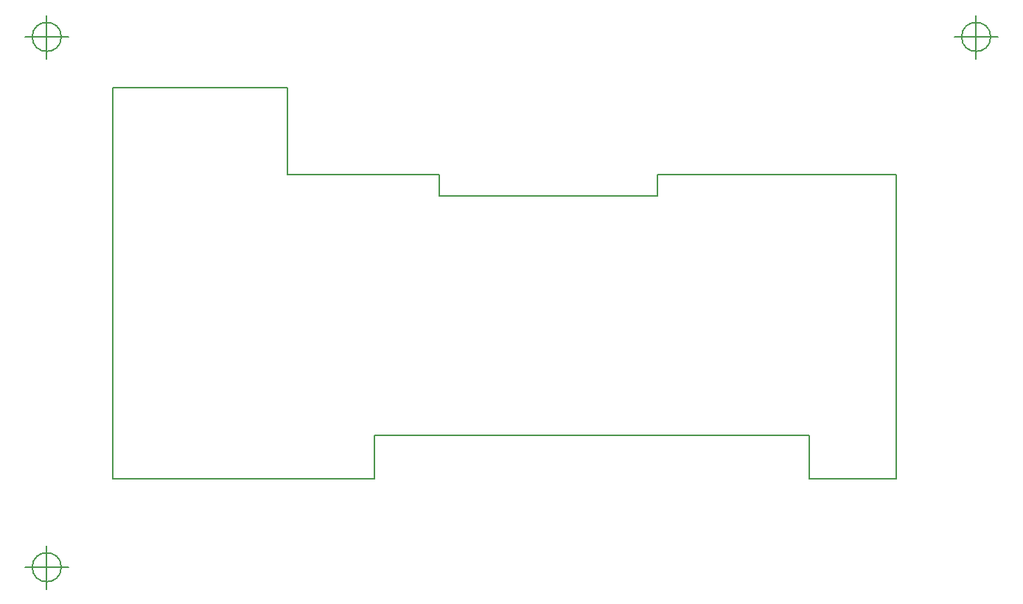
<source format=gbr>
G04 #@! TF.FileFunction,Paste,Top*
%FSLAX46Y46*%
G04 Gerber Fmt 4.6, Leading zero omitted, Abs format (unit mm)*
G04 Created by KiCad (PCBNEW 4.0.7) date 12/18/17 16:59:21*
%MOMM*%
%LPD*%
G01*
G04 APERTURE LIST*
%ADD10C,0.100000*%
%ADD11C,0.150000*%
G04 APERTURE END LIST*
D10*
D11*
X100000000Y-115000000D02*
X100000000Y-70000000D01*
X130000000Y-115000000D02*
X100000000Y-115000000D01*
X94046666Y-125160000D02*
G75*
G03X94046666Y-125160000I-1666666J0D01*
G01*
X89880000Y-125160000D02*
X94880000Y-125160000D01*
X92380000Y-122660000D02*
X92380000Y-127660000D01*
X200806666Y-64200000D02*
G75*
G03X200806666Y-64200000I-1666666J0D01*
G01*
X196640000Y-64200000D02*
X201640000Y-64200000D01*
X199140000Y-61700000D02*
X199140000Y-66700000D01*
X94046666Y-64200000D02*
G75*
G03X94046666Y-64200000I-1666666J0D01*
G01*
X89880000Y-64200000D02*
X94880000Y-64200000D01*
X92380000Y-61700000D02*
X92380000Y-66700000D01*
X120000000Y-70000000D02*
X100000000Y-70000000D01*
X120000000Y-80000000D02*
X120000000Y-70000000D01*
X137500000Y-80000000D02*
X120000000Y-80000000D01*
X137500000Y-82500000D02*
X137500000Y-80000000D01*
X162500000Y-82500000D02*
X137500000Y-82500000D01*
X162500000Y-80000000D02*
X162500000Y-82500000D01*
X165000000Y-80000000D02*
X162500000Y-80000000D01*
X190000000Y-80000000D02*
X165000000Y-80000000D01*
X190000000Y-115000000D02*
X190000000Y-80000000D01*
X180000000Y-115000000D02*
X190000000Y-115000000D01*
X180000000Y-110000000D02*
X180000000Y-115000000D01*
X130000000Y-110000000D02*
X180000000Y-110000000D01*
X130000000Y-115000000D02*
X130000000Y-110000000D01*
M02*

</source>
